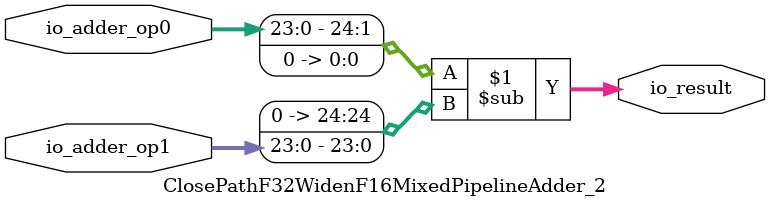
<source format=sv>
`ifndef RANDOMIZE
  `ifdef RANDOMIZE_MEM_INIT
    `define RANDOMIZE
  `endif // RANDOMIZE_MEM_INIT
`endif // not def RANDOMIZE
`ifndef RANDOMIZE
  `ifdef RANDOMIZE_REG_INIT
    `define RANDOMIZE
  `endif // RANDOMIZE_REG_INIT
`endif // not def RANDOMIZE

`ifndef RANDOM
  `define RANDOM $random
`endif // not def RANDOM

// Users can define INIT_RANDOM as general code that gets injected into the
// initializer block for modules with registers.
`ifndef INIT_RANDOM
  `define INIT_RANDOM
`endif // not def INIT_RANDOM

// If using random initialization, you can also define RANDOMIZE_DELAY to
// customize the delay used, otherwise 0.002 is used.
`ifndef RANDOMIZE_DELAY
  `define RANDOMIZE_DELAY 0.002
`endif // not def RANDOMIZE_DELAY

// Define INIT_RANDOM_PROLOG_ for use in our modules below.
`ifndef INIT_RANDOM_PROLOG_
  `ifdef RANDOMIZE
    `ifdef VERILATOR
      `define INIT_RANDOM_PROLOG_ `INIT_RANDOM
    `else  // VERILATOR
      `define INIT_RANDOM_PROLOG_ `INIT_RANDOM #`RANDOMIZE_DELAY begin end
    `endif // VERILATOR
  `else  // RANDOMIZE
    `define INIT_RANDOM_PROLOG_
  `endif // RANDOMIZE
`endif // not def INIT_RANDOM_PROLOG_

// Include register initializers in init blocks unless synthesis is set
`ifndef SYNTHESIS
  `ifndef ENABLE_INITIAL_REG_
    `define ENABLE_INITIAL_REG_
  `endif // not def ENABLE_INITIAL_REG_
`endif // not def SYNTHESIS

// Include rmemory initializers in init blocks unless synthesis is set
`ifndef SYNTHESIS
  `ifndef ENABLE_INITIAL_MEM_
    `define ENABLE_INITIAL_MEM_
  `endif // not def ENABLE_INITIAL_MEM_
`endif // not def SYNTHESIS

module ClosePathF32WidenF16MixedPipelineAdder_2(
  input  [23:0] io_adder_op0,
  input  [23:0] io_adder_op1,
  output [24:0] io_result
);

  assign io_result = 25'({io_adder_op0, 1'h0} - {1'h0, io_adder_op1});
endmodule


</source>
